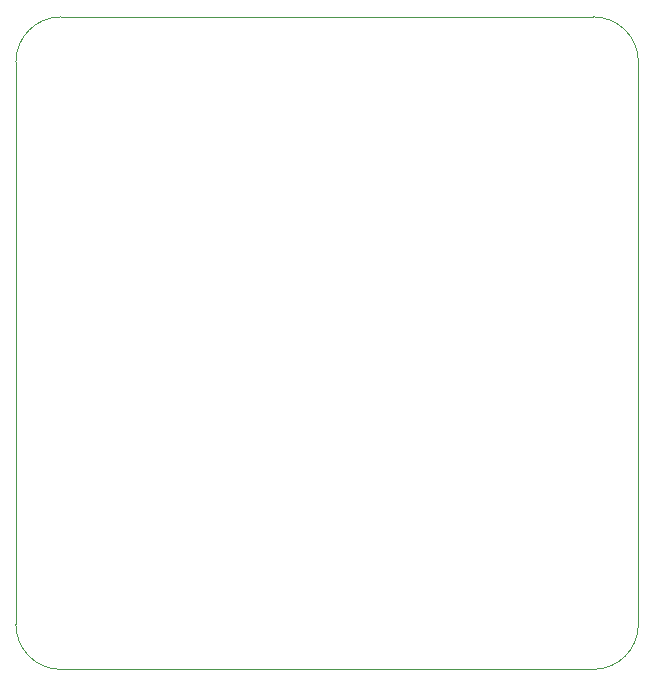
<source format=gbr>
%TF.GenerationSoftware,KiCad,Pcbnew,9.0.4*%
%TF.CreationDate,2025-08-21T19:51:14+03:00*%
%TF.ProjectId,homepost,686f6d65-706f-4737-942e-6b696361645f,rev?*%
%TF.SameCoordinates,Original*%
%TF.FileFunction,Profile,NP*%
%FSLAX46Y46*%
G04 Gerber Fmt 4.6, Leading zero omitted, Abs format (unit mm)*
G04 Created by KiCad (PCBNEW 9.0.4) date 2025-08-21 19:51:14*
%MOMM*%
%LPD*%
G01*
G04 APERTURE LIST*
%TA.AperFunction,Profile*%
%ADD10C,0.050000*%
%TD*%
G04 APERTURE END LIST*
D10*
X90805000Y-83820000D02*
G75*
G02*
X94615000Y-80010000I3810000J0D01*
G01*
X143510000Y-83820000D02*
X143510000Y-131445000D01*
X139700000Y-80010000D02*
G75*
G02*
X143510000Y-83820000I0J-3810000D01*
G01*
X143510000Y-131445000D02*
G75*
G02*
X139700000Y-135255000I-3810000J0D01*
G01*
X94615000Y-135255000D02*
G75*
G02*
X90805000Y-131445000I0J3810000D01*
G01*
X139700000Y-135255000D02*
X94615000Y-135255000D01*
X94615000Y-80010000D02*
X139700000Y-80010000D01*
X90805000Y-131445000D02*
X90805000Y-83820000D01*
M02*

</source>
